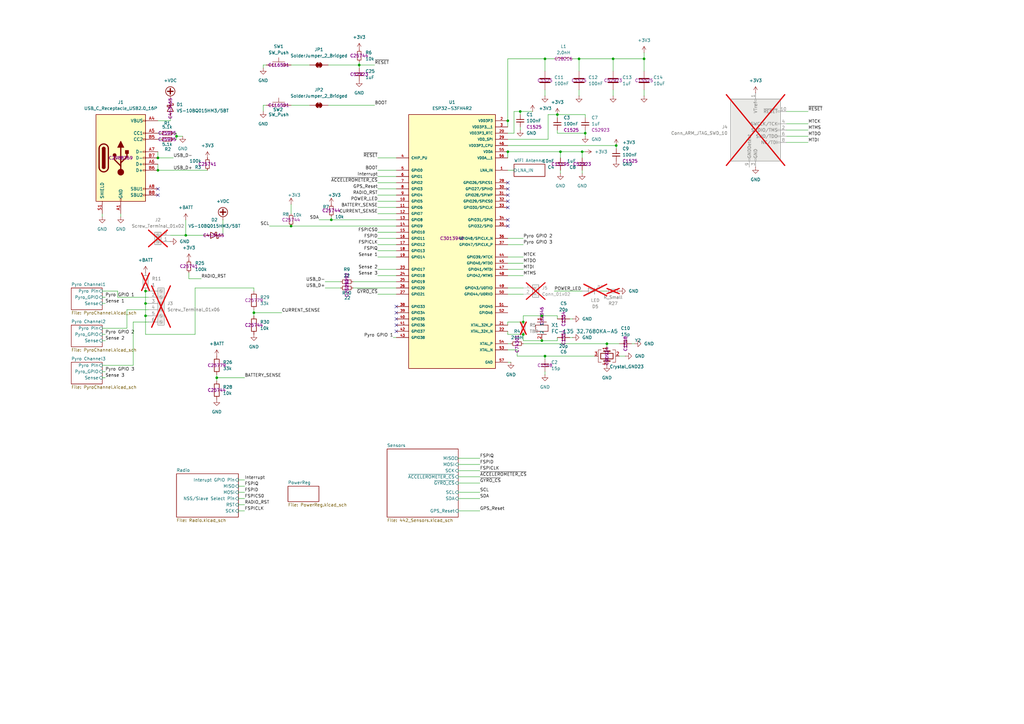
<source format=kicad_sch>
(kicad_sch (version 20250114) (generator "eeschema") (generator_version "9.0")
  (paper "A3")
  (junction (at 88.9 154.94))
  (junction (at 223.52 24.13))
  (junction (at 223.52 146.05))
  (junction (at 119.38 92.71))
  (junction (at 72.39 55.88))
  (junction (at 214.63 132.08))
  (junction (at 229.87 62.23))
  (junction (at 237.49 24.13))
  (junction (at 214.63 137.16))
  (junction (at 248.92 140.97))
  (junction (at 64.77 69.85))
  (junction (at 147.32 26.67))
  (junction (at 59.69 119.38))
  (junction (at 240.03 54.61))
  (junction (at 135.89 90.17))
  (junction (at 213.36 45.72))
  (junction (at 252.73 59.69))
  (junction (at 228.6 46.99))
  (junction (at 59.69 129.54))
  (junction (at 76.2 96.52))
  (junction (at 59.69 124.46))
  (junction (at 222.25 129.54))
  (junction (at 64.77 64.77))
  (junction (at 264.16 24.13))
  (junction (at 238.76 62.23))
  (junction (at 208.28 49.53))
  (junction (at 222.25 139.7))
  (junction (at 208.28 62.23))
  (junction (at 104.14 128.27))
  (junction (at 251.46 24.13))
  (no_connect (at 208.28 77.47))
  (no_connect (at 208.28 90.17))
  (no_connect (at 162.56 125.73))
  (no_connect (at 64.77 80.01))
  (no_connect (at 162.56 128.27))
  (no_connect (at 208.28 74.93))
  (no_connect (at 162.56 135.89))
  (no_connect (at 162.56 130.81))
  (no_connect (at 162.56 133.35))
  (no_connect (at 64.77 77.47))
  (no_connect (at 208.28 92.71))
  (no_connect (at 208.28 80.01))
  (no_connect (at 208.28 82.55))
  (no_connect (at 208.28 85.09))
  (wire (pts (xy 41.91 119.38) (xy 48.26 119.38)))
  (wire (pts (xy 133.35 115.57) (xy 139.7 115.57)))
  (wire (pts (xy 208.28 118.11) (xy 214.63 118.11)))
  (wire (pts (xy 71.12 57.15) (xy 72.39 57.15)))
  (wire (pts (xy 240.03 62.23) (xy 238.76 62.23)))
  (wire (pts (xy 251.46 36.83) (xy 251.46 39.37)))
  (wire (pts (xy 76.2 90.17) (xy 76.2 96.52)))
  (wire (pts (xy 48.26 119.38) (xy 48.26 121.92)))
  (wire (pts (xy 187.96 187.96) (xy 196.85 187.96)))
  (wire (pts (xy 104.14 119.38) (xy 104.14 118.11)))
  (wire (pts (xy 54.61 149.86) (xy 54.61 132.08)))
  (wire (pts (xy 187.96 201.93) (xy 196.85 201.93)))
  (wire (pts (xy 107.95 26.67) (xy 107.95 27.94)))
  (wire (pts (xy 228.6 130.81) (xy 228.6 129.54)))
  (wire (pts (xy 72.39 55.88) (xy 72.39 54.61)))
  (wire (pts (xy 237.49 36.83) (xy 237.49 39.37)))
  (wire (pts (xy 88.9 154.94) (xy 88.9 156.21)))
  (wire (pts (xy 119.38 26.67) (xy 127 26.67)))
  (wire (pts (xy 208.28 54.61) (xy 210.82 54.61)))
  (wire (pts (xy 41.91 87.63) (xy 41.91 88.9)))
  (wire (pts (xy 59.69 129.54) (xy 59.69 124.46)))
  (wire (pts (xy 54.61 132.08) (xy 60.96 132.08)))
  (wire (pts (xy 154.94 105.41) (xy 162.56 105.41)))
  (wire (pts (xy 64.77 57.15) (xy 66.04 57.15)))
  (wire (pts (xy 97.79 201.93) (xy 100.33 201.93)))
  (wire (pts (xy 222.25 139.7) (xy 228.6 139.7)))
  (wire (pts (xy 223.52 36.83) (xy 223.52 39.37)))
  (wire (pts (xy 210.82 45.72) (xy 210.82 54.61)))
  (wire (pts (xy 264.16 36.83) (xy 264.16 39.37)))
  (wire (pts (xy 97.79 209.55) (xy 100.33 209.55)))
  (wire (pts (xy 154.94 74.93) (xy 162.56 74.93)))
  (wire (pts (xy 59.69 137.16) (xy 80.01 137.16)))
  (wire (pts (xy 208.28 113.03) (xy 214.63 113.03)))
  (wire (pts (xy 208.28 148.59) (xy 209.55 148.59)))
  (wire (pts (xy 154.94 77.47) (xy 162.56 77.47)))
  (wire (pts (xy 64.77 67.31) (xy 64.77 69.85)))
  (wire (pts (xy 227.33 24.13) (xy 223.52 24.13)))
  (wire (pts (xy 154.94 100.33) (xy 162.56 100.33)))
  (wire (pts (xy 187.96 198.12) (xy 196.85 198.12)))
  (wire (pts (xy 154.94 95.25) (xy 162.56 95.25)))
  (wire (pts (xy 64.77 54.61) (xy 66.04 54.61)))
  (wire (pts (xy 154.94 82.55) (xy 162.56 82.55)))
  (wire (pts (xy 41.91 137.16) (xy 43.18 137.16)))
  (wire (pts (xy 82.55 114.3) (xy 77.47 114.3)))
  (wire (pts (xy 224.79 46.99) (xy 224.79 57.15)))
  (wire (pts (xy 91.44 90.17) (xy 91.44 96.52)))
  (wire (pts (xy 227.33 119.38) (xy 238.76 119.38)))
  (wire (pts (xy 161.29 138.43) (xy 162.56 138.43)))
  (wire (pts (xy 228.6 46.99) (xy 224.79 46.99)))
  (wire (pts (xy 154.94 87.63) (xy 162.56 87.63)))
  (wire (pts (xy 208.28 100.33) (xy 214.63 100.33)))
  (wire (pts (xy 237.49 24.13) (xy 237.49 29.21)))
  (wire (pts (xy 187.96 190.5) (xy 196.85 190.5)))
  (wire (pts (xy 72.39 54.61) (xy 71.12 54.61)))
  (wire (pts (xy 229.87 71.12) (xy 229.87 69.85)))
  (wire (pts (xy 213.36 52.07) (xy 213.36 53.34)))
  (wire (pts (xy 41.91 154.94) (xy 43.18 154.94)))
  (wire (pts (xy 154.94 64.77) (xy 162.56 64.77)))
  (wire (pts (xy 208.28 107.95) (xy 214.63 107.95)))
  (wire (pts (xy 77.47 114.3) (xy 77.47 111.76)))
  (wire (pts (xy 97.79 196.85) (xy 100.33 196.85)))
  (wire (pts (xy 214.63 129.54) (xy 222.25 129.54)))
  (wire (pts (xy 104.14 128.27) (xy 104.14 129.54)))
  (wire (pts (xy 233.68 138.43) (xy 234.95 138.43)))
  (wire (pts (xy 210.82 45.72) (xy 213.36 45.72)))
  (wire (pts (xy 208.28 69.85) (xy 210.82 69.85)))
  (wire (pts (xy 110.49 92.71) (xy 119.38 92.71)))
  (wire (pts (xy 88.9 154.94) (xy 100.33 154.94)))
  (wire (pts (xy 41.91 139.7) (xy 43.18 139.7)))
  (wire (pts (xy 248.92 142.24) (xy 248.92 140.97)))
  (wire (pts (xy 259.08 140.97) (xy 260.35 140.97)))
  (wire (pts (xy 41.91 121.92) (xy 43.18 121.92)))
  (wire (pts (xy 104.14 118.11) (xy 80.01 118.11)))
  (wire (pts (xy 154.94 97.79) (xy 162.56 97.79)))
  (wire (pts (xy 208.28 59.69) (xy 252.73 59.69)))
  (wire (pts (xy 223.52 29.21) (xy 223.52 24.13)))
  (wire (pts (xy 240.03 55.88) (xy 240.03 54.61)))
  (wire (pts (xy 59.69 124.46) (xy 60.96 124.46)))
  (wire (pts (xy 154.94 72.39) (xy 162.56 72.39)))
  (wire (pts (xy 72.39 57.15) (xy 72.39 55.88)))
  (wire (pts (xy 208.28 137.16) (xy 214.63 137.16)))
  (wire (pts (xy 251.46 24.13) (xy 264.16 24.13)))
  (wire (pts (xy 196.85 204.47) (xy 187.96 204.47)))
  (wire (pts (xy 134.62 26.67) (xy 147.32 26.67)))
  (wire (pts (xy 130.81 90.17) (xy 135.89 90.17)))
  (wire (pts (xy 322.58 45.72) (xy 331.47 45.72)))
  (wire (pts (xy 60.96 129.54) (xy 59.69 129.54)))
  (wire (pts (xy 104.14 128.27) (xy 115.57 128.27)))
  (wire (pts (xy 228.6 46.99) (xy 228.6 48.26)))
  (wire (pts (xy 119.38 92.71) (xy 162.56 92.71)))
  (wire (pts (xy 64.77 64.77) (xy 71.12 64.77)))
  (wire (pts (xy 59.69 124.46) (xy 59.69 119.38)))
  (wire (pts (xy 154.94 102.87) (xy 162.56 102.87)))
  (wire (pts (xy 41.91 124.46) (xy 43.18 124.46)))
  (wire (pts (xy 208.28 105.41) (xy 214.63 105.41)))
  (wire (pts (xy 212.09 143.51) (xy 208.28 143.51)))
  (wire (pts (xy 237.49 24.13) (xy 251.46 24.13)))
  (wire (pts (xy 154.94 110.49) (xy 162.56 110.49)))
  (wire (pts (xy 322.58 53.34) (xy 331.47 53.34)))
  (wire (pts (xy 208.28 24.13) (xy 208.28 49.53)))
  (wire (pts (xy 233.68 130.81) (xy 234.95 130.81)))
  (wire (pts (xy 214.63 129.54) (xy 214.63 132.08)))
  (wire (pts (xy 135.89 88.9) (xy 135.89 90.17)))
  (wire (pts (xy 214.63 140.97) (xy 248.92 140.97)))
  (wire (pts (xy 104.14 127) (xy 104.14 128.27)))
  (wire (pts (xy 212.09 146.05) (xy 223.52 146.05)))
  (wire (pts (xy 64.77 69.85) (xy 85.09 69.85)))
  (wire (pts (xy 69.85 48.26) (xy 69.85 49.53)))
  (wire (pts (xy 154.94 85.09) (xy 162.56 85.09)))
  (wire (pts (xy 208.28 140.97) (xy 209.55 140.97)))
  (wire (pts (xy 83.82 96.52) (xy 76.2 96.52)))
  (wire (pts (xy 240.03 53.34) (xy 240.03 54.61)))
  (wire (pts (xy 208.28 49.53) (xy 208.28 52.07)))
  (wire (pts (xy 154.94 120.65) (xy 162.56 120.65)))
  (wire (pts (xy 234.95 24.13) (xy 237.49 24.13)))
  (wire (pts (xy 153.67 43.18) (xy 134.62 43.18)))
  (wire (pts (xy 322.58 50.8) (xy 331.47 50.8)))
  (wire (pts (xy 97.79 204.47) (xy 100.33 204.47)))
  (wire (pts (xy 154.94 113.03) (xy 162.56 113.03)))
  (wire (pts (xy 228.6 53.34) (xy 228.6 54.61)))
  (wire (pts (xy 88.9 153.67) (xy 88.9 154.94)))
  (wire (pts (xy 154.94 80.01) (xy 162.56 80.01)))
  (wire (pts (xy 240.03 46.99) (xy 240.03 48.26)))
  (wire (pts (xy 48.26 121.92) (xy 60.96 121.92)))
  (wire (pts (xy 59.69 129.54) (xy 59.69 137.16)))
  (wire (pts (xy 208.28 133.35) (xy 208.28 132.08)))
  (wire (pts (xy 228.6 138.43) (xy 228.6 139.7)))
  (wire (pts (xy 49.53 87.63) (xy 49.53 88.9)))
  (wire (pts (xy 264.16 29.21) (xy 264.16 24.13)))
  (wire (pts (xy 119.38 87.63) (xy 119.38 83.82)))
  (wire (pts (xy 214.63 139.7) (xy 222.25 139.7)))
  (wire (pts (xy 80.01 118.11) (xy 80.01 137.16)))
  (wire (pts (xy 223.52 152.4) (xy 223.52 153.67)))
  (wire (pts (xy 212.09 146.05) (xy 212.09 143.51)))
  (wire (pts (xy 264.16 21.59) (xy 264.16 24.13)))
  (wire (pts (xy 322.58 58.42) (xy 331.47 58.42)))
  (wire (pts (xy 251.46 29.21) (xy 251.46 24.13)))
  (wire (pts (xy 187.96 209.55) (xy 196.85 209.55)))
  (wire (pts (xy 144.78 118.11) (xy 162.56 118.11)))
  (wire (pts (xy 254 146.05) (xy 256.54 146.05)))
  (wire (pts (xy 52.07 127) (xy 60.96 127)))
  (wire (pts (xy 41.91 152.4) (xy 43.18 152.4)))
  (wire (pts (xy 59.69 119.38) (xy 60.96 119.38)))
  (wire (pts (xy 64.77 49.53) (xy 69.85 49.53)))
  (wire (pts (xy 208.28 110.49) (xy 214.63 110.49)))
  (wire (pts (xy 248.92 140.97) (xy 254 140.97)))
  (wire (pts (xy 208.28 132.08) (xy 214.63 132.08)))
  (wire (pts (xy 229.87 62.23) (xy 238.76 62.23)))
  (wire (pts (xy 322.58 55.88) (xy 331.47 55.88)))
  (wire (pts (xy 229.87 64.77) (xy 229.87 62.23)))
  (wire (pts (xy 52.07 134.62) (xy 52.07 127)))
  (wire (pts (xy 119.38 43.18) (xy 127 43.18)))
  (wire (pts (xy 41.91 134.62) (xy 52.07 134.62)))
  (wire (pts (xy 208.28 120.65) (xy 214.63 120.65)))
  (wire (pts (xy 238.76 71.12) (xy 238.76 69.85)))
  (wire (pts (xy 208.28 97.79) (xy 214.63 97.79)))
  (wire (pts (xy 97.79 207.01) (xy 100.33 207.01)))
  (wire (pts (xy 228.6 46.99) (xy 240.03 46.99)))
  (wire (pts (xy 41.91 149.86) (xy 54.61 149.86)))
  (wire (pts (xy 223.52 146.05) (xy 243.84 146.05)))
  (wire (pts (xy 208.28 62.23) (xy 208.28 64.77)))
  (wire (pts (xy 76.2 96.52) (xy 69.85 96.52)))
  (wire (pts (xy 154.94 69.85) (xy 162.56 69.85)))
  (wire (pts (xy 208.28 62.23) (xy 229.87 62.23)))
  (wire (pts (xy 109.22 26.67) (xy 107.95 26.67)))
  (wire (pts (xy 64.77 62.23) (xy 64.77 64.77)))
  (wire (pts (xy 208.28 24.13) (xy 223.52 24.13)))
  (wire (pts (xy 109.22 43.18) (xy 107.95 43.18)))
  (wire (pts (xy 214.63 137.16) (xy 214.63 139.7)))
  (wire (pts (xy 224.79 57.15) (xy 208.28 57.15)))
  (wire (pts (xy 144.78 115.57) (xy 162.56 115.57)))
  (wire (pts (xy 147.32 26.67) (xy 153.67 26.67)))
  (wire (pts (xy 72.39 55.88) (xy 74.93 55.88)))
  (wire (pts (xy 223.52 146.05) (xy 223.52 147.32)))
  (wire (pts (xy 213.36 45.72) (xy 213.36 46.99)))
  (wire (pts (xy 187.96 195.58) (xy 196.85 195.58)))
  (wire (pts (xy 187.96 193.04) (xy 196.85 193.04)))
  (wire (pts (xy 246.38 119.38) (xy 248.92 119.38)))
  (wire (pts (xy 147.32 25.4) (xy 147.32 26.67)))
  (wire (pts (xy 238.76 62.23) (xy 238.76 64.77)))
  (wire (pts (xy 133.35 118.11) (xy 139.7 118.11)))
  (wire (pts (xy 107.95 43.18) (xy 107.95 45.72)))
  (wire (pts (xy 135.89 90.17) (xy 162.56 90.17)))
  (wire (pts (xy 213.36 45.72) (xy 218.44 45.72)))
  (wire (pts (xy 97.79 199.39) (xy 100.33 199.39)))
  (wire (pts (xy 208.28 135.89) (xy 208.28 137.16)))
  (wire (pts (xy 222.25 129.54) (xy 228.6 129.54)))
  (wire (pts (xy 147.32 27.94) (xy 147.32 26.67)))
  (wire (pts (xy 228.6 54.61) (xy 240.03 54.61)))
  (wire (pts (xy 252.73 60.96) (xy 252.73 59.69)))
  (label "SDA" (at 130.81 90.17 180))
  (label "FSPICLK" (at 100.33 209.55 0))
  (label "Sense 2" (at 43.18 139.7 0))
  (label "SCL" (at 196.85 201.93 0))
  (label "BOOT" (at 153.67 43.18 0))
  (label "~{RESET}" (at 153.67 26.67 0))
  (label "CURRENT_SENSE" (at 154.94 87.63 180))
  (label "POWER_LED" (at 154.94 82.55 180))
  (label "USB_D+" (at 71.12 69.85 0))
  (label "FSPID" (at 100.33 201.93 0))
  (label "MTDO" (at 214.63 107.95 0))
  (label "Sense 1" (at 43.18 124.46 0))
  (label "MTDI" (at 214.63 110.49 0))
  (label "MTCK" (at 331.47 50.8 0))
  (label "Interrupt" (at 100.33 196.85 0))
  (label "BATTERY_SENSE" (at 154.94 85.09 180))
  (label "POWER_LED" (at 227.33 119.38 0))
  (label "MTMS" (at 214.63 113.03 0))
  (label "Pyro GPIO 2" (at 214.63 97.79 0))
  (label "RADIO_RST" (at 100.33 207.01 0))
  (label "Pyro GPIO 1" (at 43.18 121.92 0))
  (label "FSPIQ" (at 196.85 187.96 0))
  (label "Pyro GPIO 1" (at 161.29 138.43 180))
  (label "FSPICLK" (at 154.94 100.33 180))
  (label "USB_D+" (at 133.35 118.11 180))
  (label "SCL" (at 110.49 92.71 180))
  (label "~{ACCELEROMETER_CS}" (at 196.85 195.58 0))
  (label "MTDI" (at 331.47 58.42 0))
  (label "RADIO_RST" (at 82.55 114.3 0))
  (label "MTCK" (at 214.63 105.41 0))
  (label "FSPICS0" (at 100.33 204.47 0))
  (label "Pyro GPIO 3" (at 214.63 100.33 0))
  (label "~{RESET}" (at 331.47 45.72 0))
  (label "FSPICS0" (at 154.94 95.25 180))
  (label "USB_D-" (at 133.35 115.57 180))
  (label "~{ACCELEROMETER_CS}" (at 154.94 74.93 180))
  (label "GPS_Reset" (at 154.94 77.47 180))
  (label "FSPID" (at 196.85 190.5 0))
  (label "Sense 2" (at 154.94 110.49 180))
  (label "~{RESET}" (at 154.94 64.77 180))
  (label "Interrupt" (at 154.94 72.39 180))
  (label "Sense 1" (at 154.94 105.41 180))
  (label "Pyro GPIO 2" (at 43.18 137.16 0))
  (label "FSPICLK" (at 196.85 193.04 0))
  (label "~{GYRO_CS}" (at 154.94 120.65 180))
  (label "MTMS" (at 331.47 53.34 0))
  (label "SDA" (at 196.85 204.47 0))
  (label "BATTERY_SENSE" (at 100.33 154.94 0))
  (label "FSPIQ" (at 100.33 199.39 0))
  (label "BOOT" (at 154.94 69.85 180))
  (label "RADIO_RST" (at 154.94 80.01 180))
  (label "Pyro GPIO 3" (at 43.18 152.4 0))
  (label "Sense 3" (at 154.94 113.03 180))
  (label "~{GYRO_CS}" (at 196.85 198.12 0))
  (label "FSPID" (at 154.94 97.79 180))
  (label "USB_D-" (at 71.12 64.77 0))
  (label "FSPIQ" (at 154.94 102.87 180))
  (label "CURRENT_SENSE" (at 115.57 128.27 0))
  (label "MTDO" (at 331.47 55.88 0))
  (label "Sense 3" (at 43.18 154.94 0))
  (label "GPS_Reset" (at 196.85 209.55 0))
  (symbol (lib_id "Device:R_Small") (at 142.24 118.11 270) (unit 1)
    (property "Reference" "R10" (at 142.24 120.142 90))
    (property "Value" "22" (at 142.494 122.174 90))
    (property "Footprint" "Resistor_SMD:R_0402_1005Metric" (effects (hide yes)))
    (property "Description" "Resistor, small symbol" (effects (hide yes)))
    (property "LCSC" "C25092" (at 142.24 118.11 0))
  )
  (symbol (lib_id "power:GND") (at 147.32 33.02 0) (unit 1)
    (property "Reference" "#PWR080" (effects (hide yes)))
    (property "Value" "GND" (at 147.32 38.1 0))
    (property "Description" "Power symbol creates a global label with name \"GND\" , ground" (effects (hide yes)))
  )
  (symbol (lib_id "power:GND") (at 260.35 140.97 90) (unit 1)
    (property "Reference" "#PWR023" (effects (hide yes)))
    (property "Value" "GND" (at 264.16 140.9699 90) (effects (justify right)))
    (property "Description" "Power symbol creates a global label with name \"GND\" , ground" (effects (hide yes)))
  )
  (symbol (lib_id "power:+VDC") (at 91.44 90.17 0) (unit 1)
    (property "Reference" "#PWR039" (effects (hide yes)))
    (property "Value" "+VDC" (at 91.44 82.55 0))
    (property "Description" "Power symbol creates a global label with name \"+VDC\"" (effects (hide yes)))
  )
  (symbol (lib_id "Device:D_Schottky") (at 69.85 44.45 270) (unit 1)
    (property "Reference" "D1" (at 72.39 42.8624 90) (effects (justify left)))
    (property "Value" "VS-10BQ015HM3/5BT" (at 72.39 45.4024 90) (effects (justify left)))
    (property "Footprint" "Diode_SMD:D_SMB" (effects (hide yes)))
    (property "Description" "Schottky diode" (effects (hide yes)))
    (property "LCSC" "C413465" (at 69.85 44.45 0))
  )
  (symbol (lib_id "power:GND") (at 223.52 39.37 0) (unit 1)
    (property "Reference" "#PWR024" (effects (hide yes)))
    (property "Value" "GND" (effects (hide yes)))
    (property "Description" "Power symbol creates a global label with name \"GND\" , ground" (effects (hide yes)))
  )
  (symbol (lib_id "power:GND") (at 41.91 88.9 0) (unit 1)
    (property "Reference" "#PWR01" (effects (hide yes)))
    (property "Value" "GND" (at 41.91 93.98 0))
    (property "Description" "Power symbol creates a global label with name \"GND\" , ground" (effects (hide yes)))
  )
  (symbol (lib_id "power:GND") (at 237.49 39.37 0) (unit 1)
    (property "Reference" "#PWR025" (effects (hide yes)))
    (property "Value" "GND" (effects (hide yes)))
    (property "Description" "Power symbol creates a global label with name \"GND\" , ground" (effects (hide yes)))
  )
  (symbol (lib_id "Jumper:SolderJumper_2_Bridged") (at 130.81 43.18 0) (unit 1) (exclude_from_sim yes) (in_bom no)
    (property "Reference" "JP2" (at 130.81 36.83 0))
    (property "Value" "SolderJumper_2_Bridged" (at 130.81 39.37 0))
    (property "Footprint" "Jumper:SolderJumper-2_P1.3mm_Bridged_RoundedPad1.0x1.5mm" (effects (hide yes)))
    (property "Description" "Solder Jumper, 2-pole, closed/bridged" (effects (hide yes)))
  )
  (symbol (lib_id "Device:C_Small") (at 213.36 49.53 0) (unit 1)
    (property "Reference" "C1" (at 215.9 46.9962 0) (effects (justify left)))
    (property "Value" "100nF" (at 215.9 49.5362 0) (effects (justify left)))
    (property "Footprint" "Capacitor_SMD:C_0402_1005Metric" (effects (hide yes)))
    (property "Description" "Unpolarized capacitor, small symbol" (effects (hide yes)))
    (property "LCSC" "C1525" (at 215.9 52.0762 0) (effects (justify left)))
  )
  (symbol (lib_id "Device:L") (at 231.14 24.13 90) (unit 1)
    (property "Reference" "L1" (at 231.14 19.05 90))
    (property "Value" "2.0nH" (at 231.14 21.59 90))
    (property "Footprint" "Inductor_SMD:L_0402_1005Metric" (effects (hide yes)))
    (property "Description" "Inductor" (effects (hide yes)))
    (property "LCSC" "C18216" (at 231.14 24.13 90))
  )
  (symbol (lib_id "power:GND") (at 104.14 137.16 0) (unit 1)
    (property "Reference" "#PWR085" (effects (hide yes)))
    (property "Value" "GND" (at 104.14 142.24 0))
    (property "Description" "Power symbol creates a global label with name \"GND\" , ground" (effects (hide yes)))
  )
  (symbol (lib_id "power:GND") (at 88.9 163.83 0) (unit 1)
    (property "Reference" "#PWR09" (effects (hide yes)))
    (property "Value" "GND" (at 88.9 168.91 0))
    (property "Description" "Power symbol creates a global label with name \"GND\" , ground" (effects (hide yes)))
  )
  (symbol (lib_id "Device:R") (at 104.14 123.19 0) (unit 1)
    (property "Reference" "R29" (at 106.68 121.9199 0) (effects (justify left)))
    (property "Value" "33k" (at 106.68 124.4599 0) (effects (justify left)))
    (property "Footprint" "Resistor_SMD:R_0402_1005Metric" (effects (hide yes)))
    (property "Description" "Resistor" (effects (hide yes)))
    (property "LCSC" "C25779" (at 104.14 123.19 0))
  )
  (symbol (lib_id "power:+3V3") (at 85.09 64.77 0) (unit 1)
    (property "Reference" "#PWR03" (effects (hide yes)))
    (property "Value" "+3V3" (at 85.09 59.69 0))
    (property "Description" "Power symbol creates a global label with name \"+3V3\"" (effects (hide yes)))
  )
  (symbol (lib_id "ESP32-S3FH4R2:ESP32-S3FH4R2") (at 185.42 97.79 0) (unit 1)
    (property "Reference" "U1" (at 185.42 41.91 0))
    (property "Value" "ESP32-S3FH4R2" (at 185.42 44.45 0))
    (property "Footprint" "S3FH4R2:QFN40P700X700X90-57N" (effects (hide yes)))
    (property "PARTREV" "1.8mm" (effects (hide yes)))
    (property "STANDARD" "IPC-7351B" (effects (hide yes)))
    (property "MAXIMUM_PACKAGE_HEIGHT" "0.9mm" (effects (hide yes)))
    (property "MANUFACTURER" "Espressif Systems" (effects (hide yes)))
    (property "LCSC" "C3013940" (at 185.42 97.79 0))
  )
  (symbol (lib_id "power:GND") (at 69.85 99.06 90) (unit 1)
    (property "Reference" "#PWR06" (effects (hide yes)))
    (property "Value" "GND" (at 73.66 99.0599 90) (effects (justify right)))
    (property "Description" "Power symbol creates a global label with name \"GND\" , ground" (effects (hide yes)))
  )
  (symbol (lib_id "Connector:Screw_Terminal_01x06") (at 66.04 124.46 0) (unit 1) (dnp yes)
    (property "Reference" "J3" (at 68.58 124.4599 0) (effects (justify left)))
    (property "Value" "Screw_Terminal_01x06" (at 68.58 126.9999 0) (effects (justify left)))
    (property "Footprint" "OSTVN06A150:CONN_OSTVN06A150_OST" (effects (hide yes)))
    (property "Description" "Generic screw terminal, single row, 01x06, script generated (kicad-library-utils/schlib/autogen/connector/)" (effects (hide yes)))
  )
  (symbol (lib_id "Device:R_Small") (at 119.38 90.17 0) (unit 1)
    (property "Reference" "R8" (at 115.824 87.884 0) (effects (justify left)))
    (property "Value" "10k" (at 120.142 88.138 0) (effects (justify left)))
    (property "Footprint" "Resistor_SMD:R_0402_1005Metric" (effects (hide yes)))
    (property "Description" "Resistor, small symbol" (effects (hide yes)))
    (property "LCSC" "C25744" (at 119.38 90.17 0))
  )
  (symbol (lib_id "power:+3V3") (at 240.03 62.23 270) (unit 1)
    (property "Reference" "#PWR018" (effects (hide yes)))
    (property "Value" "+3V3" (at 243.84 62.2299 90) (effects (justify left)))
    (property "Description" "Power symbol creates a global label with name \"+3V3\"" (effects (hide yes)))
  )
  (symbol (lib_id "power:+3V3") (at 119.38 83.82 0) (unit 1)
    (property "Reference" "#PWR076" (effects (hide yes)))
    (property "Value" "+3V3" (at 120.65 80.01 0))
    (property "Description" "Power symbol creates a global label with name \"+3V3\"" (effects (hide yes)))
  )
  (symbol (lib_id "power:GND") (at 234.95 130.81 90) (unit 1)
    (property "Reference" "#PWR016" (effects (hide yes)))
    (property "Value" "GND" (at 238.76 130.8099 90) (effects (justify right)))
    (property "Description" "Power symbol creates a global label with name \"GND\" , ground" (effects (hide yes)))
  )
  (symbol (lib_id "Device:C_Small") (at 231.14 138.43 90) (unit 1)
    (property "Reference" "C6" (at 231.14 144.272 90))
    (property "Value" "20p" (at 231.14 141.986 90))
    (property "Footprint" "Capacitor_SMD:C_0402_1005Metric" (effects (hide yes)))
    (property "Description" "Unpolarized capacitor, small symbol" (effects (hide yes)))
    (property "LCSC" "C1554" (at 231.14 138.43 0))
  )
  (symbol (lib_id "Device:C_Small") (at 256.54 140.97 90) (unit 1)
    (property "Reference" "C10" (at 256.5463 134.62 90))
    (property "Value" "15p" (at 256.5463 137.16 90))
    (property "Footprint" "Capacitor_SMD:C_0402_1005Metric" (effects (hide yes)))
    (property "Description" "Unpolarized capacitor, small symbol" (effects (hide yes)))
    (property "LCSC" "C1548" (at 256.54 140.97 0))
  )
  (symbol (lib_id "Device:C_Small") (at 229.87 67.31 0) (unit 1)
    (property "Reference" "C4" (at 227.33 68.5865 0) (effects (justify right)))
    (property "Value" "10nF" (at 227.33 66.0465 0) (effects (justify right)))
    (property "Footprint" "Capacitor_SMD:C_0402_1005Metric" (effects (hide yes)))
    (property "Description" "Unpolarized capacitor, small symbol" (effects (hide yes)))
    (property "LCSC" "C15195" (at 229.87 67.31 0))
  )
  (symbol (lib_id "Switch:SW_Push") (at 114.3 43.18 0) (unit 1)
    (property "Reference" "SW2" (at 114.046 44.958 0))
    (property "Value" "SW_Push" (at 114.3 46.99 0))
    (property "Footprint" "Button_Switch_SMD:SW_SPST_PTS810" (effects (hide yes)))
    (property "Description" "Push button switch, generic, two pins" (effects (hide yes)))
    (property "LCSC" "C116501" (at 114.3 43.18 0))
  )
  (symbol (lib_id "power:GND") (at 49.53 88.9 0) (unit 1)
    (property "Reference" "#PWR02" (effects (hide yes)))
    (property "Value" "GND" (at 49.53 93.98 0))
    (property "Description" "Power symbol creates a global label with name \"GND\" , ground" (effects (hide yes)))
  )
  (symbol (lib_id "FC_135:FC-135_32.7680KA-A5") (at 222.25 129.54 270) (unit 1)
    (property "Reference" "X1" (at 226.06 133.3499 90) (effects (font (size 1.524 1.524)) (justify left)))
    (property "Value" "FC-135 32.7680KA-A5" (at 226.06 135.8899 90) (effects (font (size 1.524 1.524)) (justify left)))
    (property "Footprint" "FC-135:XTAL_FC-135_EPS" (effects (hide yes)))
    (property "Datasheet" "FC-135 32.7680KA-A5" (effects (hide yes)))
    (property "LCSC" "C32346" (at 222.25 129.54 0))
  )
  (symbol (lib_id "Device:C") (at 264.16 33.02 0) (unit 1)
    (property "Reference" "C14" (at 267.97 31.7499 0) (effects (justify left)))
    (property "Value" "10uF" (at 267.97 34.2899 0) (effects (justify left)))
    (property "Footprint" "Capacitor_SMD:C_0402_1005Metric" (effects (hide yes)))
    (property "Description" "Unpolarized capacitor" (effects (hide yes)))
    (property "LCSC" "C15525" (at 264.16 33.02 0))
  )
  (symbol (lib_id "power:+3V3") (at 147.32 20.32 0) (unit 1)
    (property "Reference" "#PWR044" (effects (hide yes)))
    (property "Value" "+3V3" (at 147.32 15.24 0))
    (property "Description" "Power symbol creates a global label with name \"+3V3\"" (effects (hide yes)))
  )
  (symbol (lib_id "power:+3V3") (at 252.73 59.69 0) (unit 1)
    (property "Reference" "#PWR020" (effects (hide yes)))
    (property "Value" "+3V3" (at 255.27 58.4199 0) (effects (justify left)))
    (property "Description" "Power symbol creates a global label with name \"+3V3\"" (effects (hide yes)))
  )
  (symbol (lib_id "Connector:USB_C_Receptacle_USB2.0_16P") (at 49.53 64.77 0) (unit 1)
    (property "Reference" "J1" (at 49.53 41.91 0))
    (property "Value" "USB_C_Receptacle_USB2.0_16P" (at 49.53 44.45 0))
    (property "Footprint" "Connector_USB:USB_C_Receptacle_G-Switch_GT-USB-7010ASV" (effects (hide yes)))
    (property "Datasheet" "https://jlcpcb.com/api/file/downloadByFileSystemAccessId/8589784508607737856" (effects (hide yes)))
    (property "Description" "USB 2.0-only 16P Type-C Receptacle connector" (effects (hide yes)))
    (property "LCSC" "C2988369" (at 49.53 64.77 0))
  )
  (symbol (lib_id "power:+BATT") (at 76.2 90.17 0) (unit 1)
    (property "Reference" "#PWR05" (effects (hide yes)))
    (property "Value" "+BATT" (at 76.2 85.09 0))
    (property "Description" "Power symbol creates a global label with name \"+BATT\"" (effects (hide yes)))
  )
  (symbol (lib_id "power:+BATT") (at 59.69 111.76 0) (unit 1)
    (property "Reference" "#PWR073" (effects (hide yes)))
    (property "Value" "+BATT" (at 59.69 106.68 0))
    (property "Description" "Power symbol creates a global label with name \"+BATT\"" (effects (hide yes)))
  )
  (symbol (lib_id "power:GND") (at 256.54 146.05 90) (unit 1)
    (property "Reference" "#PWR022" (effects (hide yes)))
    (property "Value" "GND" (at 260.35 146.0499 90) (effects (justify right)))
    (property "Description" "Power symbol creates a global label with name \"GND\" , ground" (effects (hide yes)))
  )
  (symbol (lib_id "Device:R") (at 59.69 115.57 0) (unit 1) (dnp yes)
    (property "Reference" "R11" (at 62.23 114.2999 0) (effects (justify left)))
    (property "Value" "1" (at 62.23 116.8399 0) (effects (justify left)))
    (property "Footprint" "Resistor_SMD:R_2512_6332Metric" (effects (hide yes)))
    (property "Description" "Resistor" (effects (hide yes)))
  )
  (symbol (lib_id "Connector:Conn_ARM_JTAG_SWD_10") (at 309.88 53.34 0) (unit 1) (dnp yes)
    (property "Reference" "J4" (at 298.45 52.0699 0) (effects (justify right)))
    (property "Value" "Conn_ARM_JTAG_SWD_10" (at 298.45 54.6099 0) (effects (justify right)))
    (property "Footprint" "Connector_PinHeader_1.27mm:PinHeader_2x05_P1.27mm_Vertical_SMD" (effects (hide yes)))
    (property "Datasheet" "http://infocenter.arm.com/help/topic/com.arm.doc.ddi0314h/DDI0314H_coresight_components_trm.pdf" (effects (hide yes)))
    (property "Description" "Cortex Debug Connector, standard ARM Cortex-M SWD and JTAG interface" (effects (hide yes)))
  )
  (symbol (lib_id "Device:C_Small") (at 228.6 50.8 0) (unit 1)
    (property "Reference" "C3" (at 231.14 48.2662 0) (effects (justify left)))
    (property "Value" "100nF" (at 231.14 50.8062 0) (effects (justify left)))
    (property "Footprint" "Capacitor_SMD:C_0402_1005Metric" (effects (hide yes)))
    (property "Description" "Unpolarized capacitor, small symbol" (effects (hide yes)))
    (property "LCSC" "C1525" (at 231.14 53.3462 0) (effects (justify left)))
  )
  (symbol (lib_id "Device:LED") (at 242.57 119.38 180) (unit 1) (dnp yes)
    (property "Reference" "D5" (at 244.1575 125.73 0))
    (property "Value" "LED" (at 244.1575 123.19 0))
    (property "Footprint" "LED_SMD:LED_0603_1608Metric" (effects (hide yes)))
    (property "Description" "Light emitting diode" (effects (hide yes)))
    (property "Sim.Pins" "1=K 2=A" (effects (hide yes)))
  )
  (symbol (lib_id "Device:R_Small") (at 142.24 115.57 90) (unit 1)
    (property "Reference" "R9" (at 142.24 110.49 90))
    (property "Value" "22" (at 142.24 113.03 90))
    (property "Footprint" "Resistor_SMD:R_0402_1005Metric" (effects (hide yes)))
    (property "Description" "Resistor, small symbol" (effects (hide yes)))
    (property "LCSC" "C25092" (at 142.24 115.57 0))
  )
  (symbol (lib_id "Device:R") (at 88.9 160.02 0) (unit 1)
    (property "Reference" "R28" (at 91.44 158.7499 0) (effects (justify left)))
    (property "Value" "10k" (at 91.44 161.2899 0) (effects (justify left)))
    (property "Footprint" "Resistor_SMD:R_0402_1005Metric" (effects (hide yes)))
    (property "Description" "Resistor" (effects (hide yes)))
    (property "LCSC" "C25744" (at 88.9 160.02 0))
  )
  (symbol (lib_id "power:GND") (at 209.55 148.59 0) (unit 1)
    (property "Reference" "#PWR08" (effects (hide yes)))
    (property "Value" "GND" (at 209.55 153.67 0))
    (property "Description" "Power symbol creates a global label with name \"GND\" , ground" (effects (hide yes)))
  )
  (symbol (lib_id "Device:R") (at 88.9 149.86 0) (unit 1)
    (property "Reference" "R26" (at 91.44 148.5899 0) (effects (justify left)))
    (property "Value" "33k" (at 91.44 151.1299 0) (effects (justify left)))
    (property "Footprint" "Resistor_SMD:R_0402_1005Metric" (effects (hide yes)))
    (property "Description" "Resistor" (effects (hide yes)))
    (property "LCSC" "C25779" (at 88.9 149.86 0))
  )
  (symbol (lib_id "power:GND") (at 252.73 66.04 0) (unit 1)
    (property "Reference" "#PWR019" (effects (hide yes)))
    (property "Value" "GND" (at 255.27 67.3099 0) (effects (justify left)))
    (property "Description" "Power symbol creates a global label with name \"GND\" , ground" (effects (hide yes)))
  )
  (symbol (lib_id "power:+BATT") (at 88.9 146.05 0) (unit 1)
    (property "Reference" "#PWR083" (effects (hide yes)))
    (property "Value" "+BATT" (at 88.9 140.97 0))
    (property "Description" "Power symbol creates a global label with name \"+BATT\"" (effects (hide yes)))
  )
  (symbol (lib_id "Device:C_Small") (at 240.03 50.8 0) (unit 1)
    (property "Reference" "C7" (at 242.57 48.2662 0) (effects (justify left)))
    (property "Value" "1uF" (at 242.57 50.8062 0) (effects (justify left)))
    (property "Footprint" "Capacitor_SMD:C_0402_1005Metric" (effects (hide yes)))
    (property "Description" "Unpolarized capacitor, small symbol" (effects (hide yes)))
    (property "LCSC" "C52923" (at 242.57 53.3462 0) (effects (justify left)))
  )
  (symbol (lib_id "Device:R_Small") (at 85.09 67.31 180) (unit 1)
    (property "Reference" "R3" (at 82.55 68.5801 0) (effects (justify left)))
    (property "Value" "100k" (at 82.55 66.0401 0) (effects (justify left)))
    (property "Footprint" "Resistor_SMD:R_0402_1005Metric" (effects (hide yes)))
    (property "Description" "Resistor, small symbol" (effects (hide yes)))
    (property "LCSC" "C25741" (at 85.09 67.31 0))
  )
  (symbol (lib_id "power:GND") (at 264.16 39.37 0) (unit 1)
    (property "Reference" "#PWR028" (effects (hide yes)))
    (property "Value" "GND" (effects (hide yes)))
    (property "Description" "Power symbol creates a global label with name \"GND\" , ground" (effects (hide yes)))
  )
  (symbol (lib_id "power:GND") (at 107.95 27.94 0) (unit 1)
    (property "Reference" "#PWR047" (effects (hide yes)))
    (property "Value" "GND" (at 107.95 33.02 0))
    (property "Description" "Power symbol creates a global label with name \"GND\" , ground" (effects (hide yes)))
  )
  (symbol (lib_id "power:+3V3") (at 218.44 45.72 0) (unit 1)
    (property "Reference" "#PWR010" (effects (hide yes)))
    (property "Value" "+3V3" (at 220.98 44.4499 0) (effects (justify left)))
    (property "Description" "Power symbol creates a global label with name \"+3V3\"" (effects (hide yes)))
  )
  (symbol (lib_id "power:GND") (at 248.92 149.86 0) (unit 1)
    (property "Reference" "#PWR021" (effects (hide yes)))
    (property "Value" "GND" (at 248.92 154.94 0))
    (property "Description" "Power symbol creates a global label with name \"GND\" , ground" (effects (hide yes)))
  )
  (symbol (lib_id "Device:R_Small") (at 251.46 119.38 90) (unit 1) (dnp yes)
    (property "Reference" "R27" (at 251.46 124.46 90))
    (property "Value" "R_Small" (at 251.46 121.92 90))
    (property "Footprint" "Resistor_SMD:R_0603_1608Metric" (effects (hide yes)))
    (property "Description" "Resistor, small symbol" (effects (hide yes)))
  )
  (symbol (lib_id "Device:C") (at 251.46 33.02 0) (unit 1)
    (property "Reference" "C13" (at 255.27 31.7499 0) (effects (justify left)))
    (property "Value" "1uF" (at 255.27 34.2899 0) (effects (justify left)))
    (property "Footprint" "Capacitor_SMD:C_0402_1005Metric" (effects (hide yes)))
    (property "Description" "Unpolarized capacitor" (effects (hide yes)))
    (property "LCSC" "C52923" (at 251.46 33.02 0))
  )
  (symbol (lib_id "power:GND") (at 240.03 55.88 0) (unit 1)
    (property "Reference" "#PWR014" (effects (hide yes)))
    (property "Value" "GND" (at 242.57 57.1499 0) (effects (justify left)))
    (property "Description" "Power symbol creates a global label with name \"GND\" , ground" (effects (hide yes)))
  )
  (symbol (lib_id "Connector:Screw_Terminal_01x02") (at 64.77 99.06 180) (unit 1) (dnp yes)
    (property "Reference" "J2" (at 64.77 90.17 0))
    (property "Value" "Screw_Terminal_01x02" (at 64.77 92.71 0))
    (property "Footprint" "OSTVN02A150:CONN_OSTVN02A150_OST" (effects (hide yes)))
    (property "Description" "Generic screw terminal, single row, 01x02, script generated (kicad-library-utils/schlib/autogen/connector/)" (effects (hide yes)))
  )
  (symbol (lib_id "Device:R") (at 104.14 133.35 0) (unit 1)
    (property "Reference" "R30" (at 106.68 132.0799 0) (effects (justify left)))
    (property "Value" "10k" (at 106.68 134.6199 0) (effects (justify left)))
    (property "Footprint" "Resistor_SMD:R_0402_1005Metric" (effects (hide yes)))
    (property "Description" "Resistor" (effects (hide yes)))
    (property "LCSC" "C25744" (at 104.14 133.35 0))
  )
  (symbol (lib_id "Device:C_Small") (at 252.73 63.5 0) (unit 1)
    (property "Reference" "C9" (at 255.27 60.9662 0) (effects (justify left)))
    (property "Value" "100nF" (at 255.27 63.5062 0) (effects (justify left)))
    (property "Footprint" "Capacitor_SMD:C_0402_1005Metric" (effects (hide yes)))
    (property "Description" "Unpolarized capacitor, small symbol" (effects (hide yes)))
    (property "LCSC" "C1525" (at 255.27 66.0462 0) (effects (justify left)))
  )
  (symbol (lib_id "power:GND") (at 107.95 45.72 0) (unit 1)
    (property "Reference" "#PWR052" (effects (hide yes)))
    (property "Value" "GND" (at 107.95 50.8 0))
    (property "Description" "Power symbol creates a global label with name \"GND\" , ground" (effects (hide yes)))
  )
  (symbol (lib_id "power:+VDC") (at 69.85 40.64 0) (unit 1)
    (property "Reference" "#PWR04" (effects (hide yes)))
    (property "Value" "+VDC" (at 69.85 33.02 0))
    (property "Description" "Power symbol creates a global label with name \"+VDC\"" (effects (hide yes)))
  )
  (symbol (lib_id "Device:R_Small") (at 135.89 86.36 0) (unit 1)
    (property "Reference" "R7" (at 132.334 84.836 0) (effects (justify left)))
    (property "Value" "10k" (at 137.414 88.9 0) (effects (justify left)))
    (property "Footprint" "Resistor_SMD:R_0402_1005Metric" (effects (hide yes)))
    (property "Description" "Resistor, small symbol" (effects (hide yes)))
    (property "LCSC" "C25744" (at 135.89 86.36 0))
  )
  (symbol (lib_id "Jumper:SolderJumper_2_Bridged") (at 130.81 26.67 0) (unit 1) (exclude_from_sim yes) (in_bom no)
    (property "Reference" "JP1" (at 130.81 20.32 0))
    (property "Value" "SolderJumper_2_Bridged" (at 130.81 22.86 0))
    (property "Footprint" "Jumper:SolderJumper-2_P1.3mm_Bridged_RoundedPad1.0x1.5mm" (effects (hide yes)))
    (property "Description" "Solder Jumper, 2-pole, closed/bridged" (effects (hide yes)))
  )
  (symbol (lib_id "power:+3V3") (at 264.16 21.59 0) (unit 1)
    (property "Reference" "#PWR027" (effects (hide yes)))
    (property "Value" "+3V3" (at 264.16 16.51 0))
    (property "Description" "Power symbol creates a global label with name \"+3V3\"" (effects (hide yes)))
  )
  (symbol (lib_id "power:+3V3") (at 77.47 106.68 0) (unit 1)
    (property "Reference" "#PWR075" (effects (hide yes)))
    (property "Value" "+3V3" (at 77.47 101.6 0))
    (property "Description" "Power symbol creates a global label with name \"+3V3\"" (effects (hide yes)))
  )
  (symbol (lib_id "Device:R_Small") (at 77.47 109.22 0) (unit 1)
    (property "Reference" "R25" (at 80.01 107.9499 0) (effects (justify left)))
    (property "Value" "100k" (at 80.01 110.4899 0) (effects (justify left)))
    (property "Footprint" "Resistor_SMD:R_0402_1005Metric" (effects (hide yes)))
    (property "Description" "Resistor, small symbol" (effects (hide yes)))
    (property "LCSC" "C25741" (at 77.47 109.22 0))
  )
  (symbol (lib_id "Switch:SW_Push") (at 114.3 26.67 0) (unit 1)
    (property "Reference" "SW1" (at 114.3 19.05 0))
    (property "Value" "SW_Push" (at 114.3 21.59 0))
    (property "Footprint" "Button_Switch_SMD:SW_SPST_PTS810" (effects (hide yes)))
    (property "Description" "Push button switch, generic, two pins" (effects (hide yes)))
    (property "LCSC" "C116501" (at 114.3 26.67 0))
  )
  (symbol (lib_id "power:+3V3") (at 228.6 46.99 0) (unit 1)
    (property "Reference" "#PWR012" (effects (hide yes)))
    (property "Value" "+3V3" (at 228.6 41.91 0))
    (property "Description" "Power symbol creates a global label with name \"+3V3\"" (effects (hide yes)))
  )
  (symbol (lib_id "Device:R_Small") (at 68.58 54.61 90) (unit 1)
    (property "Reference" "R1" (at 68.58 50.546 90))
    (property "Value" "5.1k" (at 68.58 52.07 90))
    (property "Footprint" "Resistor_SMD:R_0402_1005Metric" (effects (hide yes)))
    (property "Description" "Resistor, small symbol" (effects (hide yes)))
    (property "LCSC" "C25905" (at 68.58 54.61 90))
  )
  (symbol (lib_id "Device:C") (at 223.52 33.02 0) (unit 1)
    (property "Reference" "C11" (at 227.33 31.7499 0) (effects (justify left)))
    (property "Value" "100nF" (at 227.33 34.2899 0) (effects (justify left)))
    (property "Footprint" "Capacitor_SMD:C_0402_1005Metric" (effects (hide yes)))
    (property "Description" "Unpolarized capacitor" (effects (hide yes)))
    (property "LCSC" "C1525" (at 223.52 33.02 0))
  )
  (symbol (lib_id "Device:R_Small") (at 212.09 140.97 90) (unit 1)
    (property "Reference" "R4" (at 212.09 135.89 90))
    (property "Value" "24nH" (at 212.09 138.43 90))
    (property "Footprint" "Capacitor_SMD:C_0402_1005Metric" (effects (hide yes)))
    (property "Description" "Resistor, small symbol" (effects (hide yes)))
    (property "LCSC" "C74301" (at 212.09 140.97 0))
  )
  (symbol (lib_id "Device:D_Schottky") (at 87.63 96.52 180) (unit 1)
    (property "Reference" "D2" (at 87.9475 90.17 0))
    (property "Value" "VS-10BQ015HM3/5BT" (at 87.9475 92.71 0))
    (property "Footprint" "Diode_SMD:D_SMB" (effects (hide yes)))
    (property "Description" "Schottky diode" (effects (hide yes)))
    (property "LCSC" "C413465" (at 87.63 96.52 0))
  )
  (symbol (lib_id "power:GND") (at 251.46 39.37 0) (unit 1)
    (property "Reference" "#PWR026" (effects (hide yes)))
    (property "Value" "GND" (effects (hide yes)))
    (property "Description" "Power symbol creates a global label with name \"GND\" , ground" (effects (hide yes)))
  )
  (symbol (lib_id "Device:R_Small") (at 147.32 22.86 0) (unit 1)
    (property "Reference" "R6" (at 149.86 21.5899 0) (effects (justify left)))
    (property "Value" "10k" (at 149.86 24.1299 0) (effects (justify left)))
    (property "Footprint" "Resistor_SMD:R_0402_1005Metric" (effects (hide yes)))
    (property "Description" "Resistor, small symbol" (effects (hide yes)))
    (property "LCSC" "C25744" (at 147.32 22.86 0))
  )
  (symbol (lib_id "Device:C_Small") (at 147.32 30.48 0) (unit 1)
    (property "Reference" "C25" (at 149.86 29.2162 0) (effects (justify left)))
    (property "Value" "1uF" (at 149.86 31.7562 0) (effects (justify left)))
    (property "Footprint" "Capacitor_SMD:C_0402_1005Metric" (effects (hide yes)))
    (property "Description" "Unpolarized capacitor, small symbol" (effects (hide yes)))
    (property "LCSC" "C52923" (at 147.32 30.48 0))
  )
  (symbol (lib_id "power:GND") (at 223.52 153.67 0) (unit 1)
    (property "Reference" "#PWR011" (effects (hide yes)))
    (property "Value" "GND" (at 223.52 158.75 0))
    (property "Description" "Power symbol creates a global label with name \"GND\" , ground" (effects (hide yes)))
  )
  (symbol (lib_id "power:GND") (at 234.95 138.43 90) (unit 1)
    (property "Reference" "#PWR017" (effects (hide yes)))
    (property "Value" "GND" (at 238.76 138.4299 90) (effects (justify right)))
    (property "Description" "Power symbol creates a global label with name \"GND\" , ground" (effects (hide yes)))
  )
  (symbol (lib_id "Device:C_Small") (at 231.14 130.81 90) (unit 1)
    (property "Reference" "C5" (at 231.1463 124.46 90))
    (property "Value" "20p" (at 231.1463 127 90))
    (property "Footprint" "Capacitor_SMD:C_0402_1005Metric" (effects (hide yes)))
    (property "Description" "Unpolarized capacitor, small symbol" (effects (hide yes)))
    (property "LCSC" "C1554" (at 231.14 130.81 0))
  )
  (symbol (lib_id "power:GND") (at 229.87 71.12 0) (unit 1)
    (property "Reference" "#PWR013" (effects (hide yes)))
    (property "Value" "GND" (at 229.87 76.2 0))
    (property "Description" "Power symbol creates a global label with name \"GND\" , ground" (effects (hide yes)))
  )
  (symbol (lib_id "power:GND") (at 238.76 71.12 0) (unit 1)
    (property "Reference" "#PWR015" (effects (hide yes)))
    (property "Value" "GND" (at 238.76 76.2 0))
    (property "Description" "Power symbol creates a global label with name \"GND\" , ground" (effects (hide yes)))
  )
  (symbol (lib_id "power:+3V3") (at 135.89 83.82 0) (unit 1)
    (property "Reference" "#PWR077" (effects (hide yes)))
    (property "Value" "+3V3" (at 137.16 80.01 0))
    (property "Description" "Power symbol creates a global label with name \"+3V3\"" (effects (hide yes)))
  )
  (symbol (lib_id "power:GND") (at 213.36 53.34 0) (unit 1)
    (property "Reference" "#PWR082" (effects (hide yes)))
    (property "Value" "GND" (at 215.9 54.6099 0) (effects (justify left)))
    (property "Description" "Power symbol creates a global label with name \"GND\" , ground" (effects (hide yes)))
  )
  (symbol (lib_id "Connector_Generic:Conn_01x02") (at 219.71 118.11 0) (unit 1) (dnp yes)
    (property "Reference" "J5" (at 222.25 118.1099 0) (effects (justify left)))
    (property "Value" "Conn_01x02" (at 222.25 120.6499 0) (effects (justify left)))
    (property "Footprint" "Connector_PinHeader_1.27mm:PinHeader_1x02_P1.27mm_Vertical_SMD_Pin1Right" (effects (hide yes)))
    (property "Description" "Generic connector, single row, 01x02, script generated (kicad-library-utils/schlib/autogen/connector/)" (effects (hide yes)))
  )
  (symbol (lib_id "Device:Crystal_GND23") (at 248.92 146.05 270) (unit 1)
    (property "Reference" "Y2" (at 261.62 139.6298 90))
    (property "Value" "Crystal_GND23" (at 257.048 150.368 90))
    (property "Footprint" "Crystal:Crystal_SMD_3225-4Pin_3.2x2.5mm" (effects (hide yes)))
    (property "Description" "Four pin crystal, GND on pins 2 and 3" (effects (hide yes)))
    (property "LCSC" "C90924" (at 248.92 146.05 0))
  )
  (symbol (lib_id "power:GND") (at 309.88 68.58 0) (unit 1)
    (property "Reference" "#PWR041" (effects (hide yes)))
    (property "Value" "GND" (at 309.88 73.66 0))
    (property "Description" "Power symbol creates a global label with name \"GND\" , ground" (effects (hide yes)))
  )
  (symbol (lib_id "Device:C_Small") (at 223.52 149.86 180) (unit 1)
    (property "Reference" "C2" (at 226.06 148.5835 0) (effects (justify right)))
    (property "Value" "15p" (at 226.06 151.1235 0) (effects (justify right)))
    (property "Footprint" "Capacitor_SMD:C_0402_1005Metric" (effects (hide yes)))
    (property "Description" "Unpolarized capacitor, small symbol" (effects (hide yes)))
    (property "LCSC" "C1548" (at 223.52 149.86 0))
  )
  (symbol (lib_id "Device:C") (at 237.49 33.02 0) (unit 1)
    (property "Reference" "C12" (at 241.3 31.7499 0) (effects (justify left)))
    (property "Value" "100nF" (at 241.3 34.2899 0) (effects (justify left)))
    (property "Footprint" "Capacitor_SMD:C_0402_1005Metric" (effects (hide yes)))
    (property "Description" "Unpolarized capacitor" (effects (hide yes)))
    (property "LCSC" "C1525" (at 237.49 33.02 0))
  )
  (symbol (lib_id "power:GND") (at 74.93 55.88 0) (unit 1)
    (property "Reference" "#PWR07" (effects (hide yes)))
    (property "Value" "GND" (at 74.93 60.96 0))
    (property "Description" "Power symbol creates a global label with name \"GND\" , ground" (effects (hide yes)))
  )
  (symbol (lib_id "Device:R_Small") (at 68.58 57.15 90) (unit 1)
    (property "Reference" "R2" (at 68.834 61.214 90))
    (property "Value" "5.1k" (at 68.58 59.182 90))
    (property "Footprint" "Resistor_SMD:R_0402_1005Metric" (effects (hide yes)))
    (property "Description" "Resistor, small symbol" (effects (hide yes)))
    (property "LCSC" "C25905" (at 68.58 57.15 90))
  )
  (symbol (lib_id "Device:R_Small") (at 214.63 134.62 0) (unit 1) (dnp yes)
    (property "Reference" "R5" (at 217.17 133.3499 0) (effects (justify left)))
    (property "Value" "TBD" (at 217.17 135.8899 0) (effects (justify left)))
    (property "Footprint" "Capacitor_SMD:C_0402_1005Metric" (effects (hide yes)))
    (property "Description" "Resistor, small symbol" (effects (hide yes)))
  )
  (symbol (lib_id "Device:C_Small") (at 238.76 67.31 0) (unit 1)
    (property "Reference" "C8" (at 236.22 68.5865 0) (effects (justify right)))
    (property "Value" "1uF" (at 236.22 66.0465 0) (effects (justify right)))
    (property "Footprint" "Capacitor_SMD:C_0402_1005Metric" (effects (hide yes)))
    (property "Description" "Unpolarized capacitor, small symbol" (effects (hide yes)))
    (property "LCSC" "C52923" (at 238.76 67.31 0))
  )
  (symbol (lib_id "power:GND") (at 254 119.38 90) (unit 1)
    (property "Reference" "#PWR081" (effects (hide yes)))
    (property "Value" "GND" (at 257.81 119.3799 90) (effects (justify right)))
    (property "Description" "Power symbol creates a global label with name \"GND\" , ground" (effects (hide yes)))
  )
  (symbol (lib_id "power:+3V3") (at 309.88 38.1 0) (unit 1)
    (property "Reference" "#PWR050" (effects (hide yes)))
    (property "Value" "+3V3" (at 309.88 33.02 0))
    (property "Description" "Power symbol creates a global label with name \"+3V3\"" (effects (hide yes)))
  )
  (sheet (at 72.39 194.31) (size 25.4 17.78) (stroke (width 0.1524))
    (property "Sheetname" "Radio" (at 72.39 193.5984 0) (effects (justify left bottom)))
    (property "Sheetfile" "Radio.kicad_sch" (at 72.39 212.6746 0) (effects (justify left top)))
    (pin "Interupt GPIO Pin" input (at 97.79 196.85 0))
    (pin "MISO" input (at 97.79 199.39 0))
    (pin "MOSI" input (at 97.79 201.93 0))
    (pin "NSS{slash}Slave Select Pin" input (at 97.79 204.47 0))
    (pin "RST" input (at 97.79 207.01 0))
    (pin "SCK" input (at 97.79 209.55 0))
  )
  (sheet (at 29.21 118.11) (size 12.7 8.89) (stroke (width 0.1524))
    (property "Sheetname" "Pyro Channel1" (at 29.21 117.3984 0) (effects (justify left bottom)))
    (property "Sheetfile" "PyroChannel.kicad_sch" (at 29.21 127.5846 0) (effects (justify left top)))
    (pin "Pyro Pin" input (at 41.91 119.38 0))
    (pin "Pyro_GPIO" input (at 41.91 121.92 0))
    (pin "Sense" input (at 41.91 124.46 0))
  )
  (sheet (at 29.21 133.35) (size 12.7 8.89) (stroke (width 0.1524))
    (property "Sheetname" "Pyro Channel2" (at 29.21 132.6384 0) (effects (justify left bottom)))
    (property "Sheetfile" "PyroChannel.kicad_sch" (at 29.21 142.8246 0) (effects (justify left top)))
    (pin "Pyro Pin" input (at 41.91 134.62 0))
    (pin "Pyro_GPIO" input (at 41.91 137.16 0))
    (pin "Sense" input (at 41.91 139.7 0))
  )
  (sheet (at 29.21 148.59) (size 12.7 8.89) (stroke (width 0.1524))
    (property "Sheetname" "Pyro Channel3" (at 29.21 147.8784 0) (effects (justify left bottom)))
    (property "Sheetfile" "PyroChannel.kicad_sch" (at 29.21 158.0646 0) (effects (justify left top)))
    (pin "Pyro Pin" input (at 41.91 149.86 0))
    (pin "Pyro_GPIO" input (at 41.91 152.4 0))
    (pin "Sense" input (at 41.91 154.94 0))
  )
  (sheet (at 210.82 67.31) (size 12.7 5.08) (stroke (width 0.1524))
    (property "Sheetname" "WiFi Antenna" (at 210.82 66.5984 0) (effects (justify left bottom)))
    (property "Sheetfile" "LNA_IN.kicad_sch" (effects (hide yes)))
    (pin "LNA_IN" input (at 210.82 69.85 180))
  )
  (sheet (at 118.11 199.39) (size 12.7 6.35) (stroke (width 0.1524))
    (property "Sheetname" "PowerReg" (at 118.11 198.6784 0) (effects (justify left bottom)))
    (property "Sheetfile" "PowerReg.kicad_sch" (at 118.11 206.3246 0) (effects (justify left top)))
  )
  (sheet (at 158.75 184.15) (size 29.21 27.94) (stroke (width 0.1524))
    (property "Sheetname" "Sensors" (at 158.75 183.4384 0) (effects (justify left bottom)))
    (property "Sheetfile" "442_Sensors.kicad_sch" (at 158.75 212.6746 0) (effects (justify left top)))
    (pin "SCL" input (at 187.96 201.93 0))
    (pin "SDA" input (at 187.96 204.47 0))
    (pin "GPS_Reset" input (at 187.96 209.55 0))
    (pin "MISO" output (at 187.96 187.96 0))
    (pin "MOSI" input (at 187.96 190.5 0))
    (pin "SCK" input (at 187.96 193.04 0))
    (pin "~{ACCELEROMETER_CS}" input (at 187.96 195.58 0))
    (pin "~{GYRO_CS}" input (at 187.96 198.12 0))
  )
)
</source>
